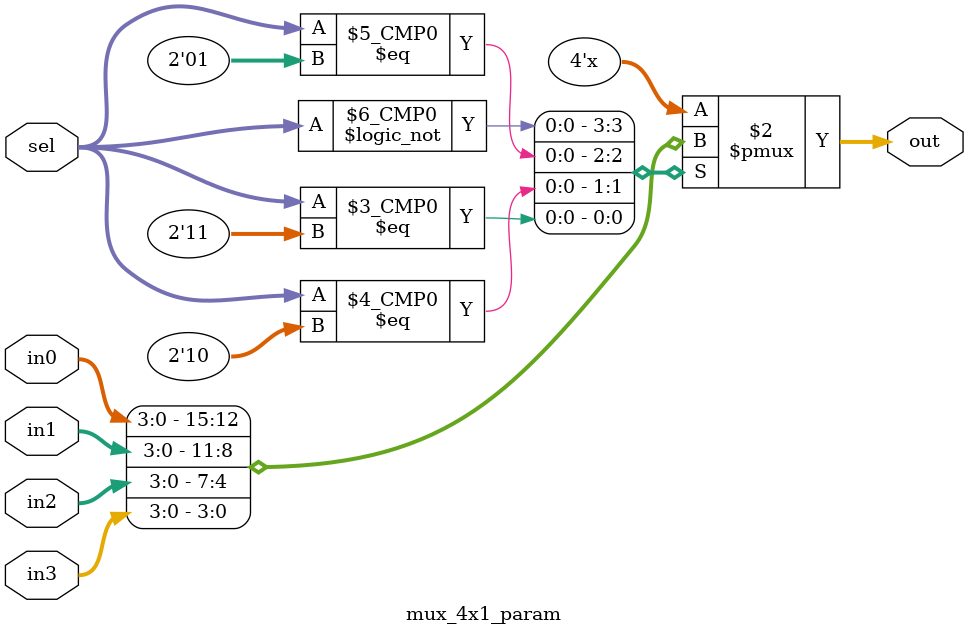
<source format=v>
/*
Program: CI Digital T2/2025
Class: Introdução à Verilog  
Class-ID: SD122
Advisor: Felipe Rocha 
Advisor-Contact: felipef.rocha@inatel.br
Institute: INATEL - Santa Rita do Sapucaí / MG  
Development: André Bezerra 
Student-Contact: andrefrbezerra@gmail.com
Task-ID: A-105
Type: Laboratory
Data: octuber, 17 2025
*/

`timescale 1 ns / 1 ps;

module mux_4x1_param #(parameter N = 4)(
    input       [N-1:0] in0,in1,in2,in3,
    input       [  1:0] sel,
    output reg  [N-1:0] out
);

    always @(*)begin
        case (sel)
            2'b00: out = in0;
            2'b01: out = in1;
            2'b10: out = in2;
            2'b11: out = in3;
            default: out = 1'bx; // 1'b0; 
        endcase
        
    end
    
endmodule

</source>
